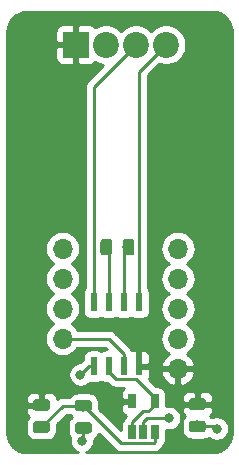
<source format=gtl>
G04 #@! TF.GenerationSoftware,KiCad,Pcbnew,(5.1.0)-1*
G04 #@! TF.CreationDate,2019-04-03T23:02:26-04:00*
G04 #@! TF.ProjectId,loadcell_daughter,6c6f6164-6365-46c6-9c5f-646175676874,rev?*
G04 #@! TF.SameCoordinates,Original*
G04 #@! TF.FileFunction,Copper,L1,Top*
G04 #@! TF.FilePolarity,Positive*
%FSLAX46Y46*%
G04 Gerber Fmt 4.6, Leading zero omitted, Abs format (unit mm)*
G04 Created by KiCad (PCBNEW (5.1.0)-1) date 2019-04-03 23:02:26*
%MOMM*%
%LPD*%
G04 APERTURE LIST*
%ADD10R,0.600000X1.550000*%
%ADD11C,0.100000*%
%ADD12C,0.975000*%
%ADD13O,1.700000X1.700000*%
%ADD14R,2.200000X2.200000*%
%ADD15C,2.200000*%
%ADD16R,0.650000X1.220000*%
%ADD17C,0.800000*%
%ADD18C,0.250000*%
%ADD19C,0.254000*%
G04 APERTURE END LIST*
D10*
X159385000Y-101887000D03*
X158115000Y-101887000D03*
X156845000Y-101887000D03*
X155575000Y-101887000D03*
X155575000Y-96487000D03*
X156845000Y-96487000D03*
X158115000Y-96487000D03*
X159385000Y-96487000D03*
D11*
G36*
X164818142Y-106496174D02*
G01*
X164841803Y-106499684D01*
X164865007Y-106505496D01*
X164887529Y-106513554D01*
X164909153Y-106523782D01*
X164929670Y-106536079D01*
X164948883Y-106550329D01*
X164966607Y-106566393D01*
X164982671Y-106584117D01*
X164996921Y-106603330D01*
X165009218Y-106623847D01*
X165019446Y-106645471D01*
X165027504Y-106667993D01*
X165033316Y-106691197D01*
X165036826Y-106714858D01*
X165038000Y-106738750D01*
X165038000Y-107226250D01*
X165036826Y-107250142D01*
X165033316Y-107273803D01*
X165027504Y-107297007D01*
X165019446Y-107319529D01*
X165009218Y-107341153D01*
X164996921Y-107361670D01*
X164982671Y-107380883D01*
X164966607Y-107398607D01*
X164948883Y-107414671D01*
X164929670Y-107428921D01*
X164909153Y-107441218D01*
X164887529Y-107451446D01*
X164865007Y-107459504D01*
X164841803Y-107465316D01*
X164818142Y-107468826D01*
X164794250Y-107470000D01*
X163881750Y-107470000D01*
X163857858Y-107468826D01*
X163834197Y-107465316D01*
X163810993Y-107459504D01*
X163788471Y-107451446D01*
X163766847Y-107441218D01*
X163746330Y-107428921D01*
X163727117Y-107414671D01*
X163709393Y-107398607D01*
X163693329Y-107380883D01*
X163679079Y-107361670D01*
X163666782Y-107341153D01*
X163656554Y-107319529D01*
X163648496Y-107297007D01*
X163642684Y-107273803D01*
X163639174Y-107250142D01*
X163638000Y-107226250D01*
X163638000Y-106738750D01*
X163639174Y-106714858D01*
X163642684Y-106691197D01*
X163648496Y-106667993D01*
X163656554Y-106645471D01*
X163666782Y-106623847D01*
X163679079Y-106603330D01*
X163693329Y-106584117D01*
X163709393Y-106566393D01*
X163727117Y-106550329D01*
X163746330Y-106536079D01*
X163766847Y-106523782D01*
X163788471Y-106513554D01*
X163810993Y-106505496D01*
X163834197Y-106499684D01*
X163857858Y-106496174D01*
X163881750Y-106495000D01*
X164794250Y-106495000D01*
X164818142Y-106496174D01*
X164818142Y-106496174D01*
G37*
D12*
X164338000Y-106982500D03*
D11*
G36*
X164818142Y-104621174D02*
G01*
X164841803Y-104624684D01*
X164865007Y-104630496D01*
X164887529Y-104638554D01*
X164909153Y-104648782D01*
X164929670Y-104661079D01*
X164948883Y-104675329D01*
X164966607Y-104691393D01*
X164982671Y-104709117D01*
X164996921Y-104728330D01*
X165009218Y-104748847D01*
X165019446Y-104770471D01*
X165027504Y-104792993D01*
X165033316Y-104816197D01*
X165036826Y-104839858D01*
X165038000Y-104863750D01*
X165038000Y-105351250D01*
X165036826Y-105375142D01*
X165033316Y-105398803D01*
X165027504Y-105422007D01*
X165019446Y-105444529D01*
X165009218Y-105466153D01*
X164996921Y-105486670D01*
X164982671Y-105505883D01*
X164966607Y-105523607D01*
X164948883Y-105539671D01*
X164929670Y-105553921D01*
X164909153Y-105566218D01*
X164887529Y-105576446D01*
X164865007Y-105584504D01*
X164841803Y-105590316D01*
X164818142Y-105593826D01*
X164794250Y-105595000D01*
X163881750Y-105595000D01*
X163857858Y-105593826D01*
X163834197Y-105590316D01*
X163810993Y-105584504D01*
X163788471Y-105576446D01*
X163766847Y-105566218D01*
X163746330Y-105553921D01*
X163727117Y-105539671D01*
X163709393Y-105523607D01*
X163693329Y-105505883D01*
X163679079Y-105486670D01*
X163666782Y-105466153D01*
X163656554Y-105444529D01*
X163648496Y-105422007D01*
X163642684Y-105398803D01*
X163639174Y-105375142D01*
X163638000Y-105351250D01*
X163638000Y-104863750D01*
X163639174Y-104839858D01*
X163642684Y-104816197D01*
X163648496Y-104792993D01*
X163656554Y-104770471D01*
X163666782Y-104748847D01*
X163679079Y-104728330D01*
X163693329Y-104709117D01*
X163709393Y-104691393D01*
X163727117Y-104675329D01*
X163746330Y-104661079D01*
X163766847Y-104648782D01*
X163788471Y-104638554D01*
X163810993Y-104630496D01*
X163834197Y-104624684D01*
X163857858Y-104621174D01*
X163881750Y-104620000D01*
X164794250Y-104620000D01*
X164818142Y-104621174D01*
X164818142Y-104621174D01*
G37*
D12*
X164338000Y-105107500D03*
D13*
X162687000Y-102108000D03*
X152927000Y-99568000D03*
X162687000Y-99568000D03*
X152927000Y-97028000D03*
X162687000Y-97028000D03*
X152927000Y-94488000D03*
X162687000Y-94488000D03*
X152927000Y-91948000D03*
X162687000Y-91948000D03*
D14*
X154051000Y-74676000D03*
D15*
X156591000Y-74676000D03*
X159131000Y-74676000D03*
X161671000Y-74676000D03*
D11*
G36*
X151610142Y-104699674D02*
G01*
X151633803Y-104703184D01*
X151657007Y-104708996D01*
X151679529Y-104717054D01*
X151701153Y-104727282D01*
X151721670Y-104739579D01*
X151740883Y-104753829D01*
X151758607Y-104769893D01*
X151774671Y-104787617D01*
X151788921Y-104806830D01*
X151801218Y-104827347D01*
X151811446Y-104848971D01*
X151819504Y-104871493D01*
X151825316Y-104894697D01*
X151828826Y-104918358D01*
X151830000Y-104942250D01*
X151830000Y-105429750D01*
X151828826Y-105453642D01*
X151825316Y-105477303D01*
X151819504Y-105500507D01*
X151811446Y-105523029D01*
X151801218Y-105544653D01*
X151788921Y-105565170D01*
X151774671Y-105584383D01*
X151758607Y-105602107D01*
X151740883Y-105618171D01*
X151721670Y-105632421D01*
X151701153Y-105644718D01*
X151679529Y-105654946D01*
X151657007Y-105663004D01*
X151633803Y-105668816D01*
X151610142Y-105672326D01*
X151586250Y-105673500D01*
X150673750Y-105673500D01*
X150649858Y-105672326D01*
X150626197Y-105668816D01*
X150602993Y-105663004D01*
X150580471Y-105654946D01*
X150558847Y-105644718D01*
X150538330Y-105632421D01*
X150519117Y-105618171D01*
X150501393Y-105602107D01*
X150485329Y-105584383D01*
X150471079Y-105565170D01*
X150458782Y-105544653D01*
X150448554Y-105523029D01*
X150440496Y-105500507D01*
X150434684Y-105477303D01*
X150431174Y-105453642D01*
X150430000Y-105429750D01*
X150430000Y-104942250D01*
X150431174Y-104918358D01*
X150434684Y-104894697D01*
X150440496Y-104871493D01*
X150448554Y-104848971D01*
X150458782Y-104827347D01*
X150471079Y-104806830D01*
X150485329Y-104787617D01*
X150501393Y-104769893D01*
X150519117Y-104753829D01*
X150538330Y-104739579D01*
X150558847Y-104727282D01*
X150580471Y-104717054D01*
X150602993Y-104708996D01*
X150626197Y-104703184D01*
X150649858Y-104699674D01*
X150673750Y-104698500D01*
X151586250Y-104698500D01*
X151610142Y-104699674D01*
X151610142Y-104699674D01*
G37*
D12*
X151130000Y-105186000D03*
D11*
G36*
X151610142Y-106574674D02*
G01*
X151633803Y-106578184D01*
X151657007Y-106583996D01*
X151679529Y-106592054D01*
X151701153Y-106602282D01*
X151721670Y-106614579D01*
X151740883Y-106628829D01*
X151758607Y-106644893D01*
X151774671Y-106662617D01*
X151788921Y-106681830D01*
X151801218Y-106702347D01*
X151811446Y-106723971D01*
X151819504Y-106746493D01*
X151825316Y-106769697D01*
X151828826Y-106793358D01*
X151830000Y-106817250D01*
X151830000Y-107304750D01*
X151828826Y-107328642D01*
X151825316Y-107352303D01*
X151819504Y-107375507D01*
X151811446Y-107398029D01*
X151801218Y-107419653D01*
X151788921Y-107440170D01*
X151774671Y-107459383D01*
X151758607Y-107477107D01*
X151740883Y-107493171D01*
X151721670Y-107507421D01*
X151701153Y-107519718D01*
X151679529Y-107529946D01*
X151657007Y-107538004D01*
X151633803Y-107543816D01*
X151610142Y-107547326D01*
X151586250Y-107548500D01*
X150673750Y-107548500D01*
X150649858Y-107547326D01*
X150626197Y-107543816D01*
X150602993Y-107538004D01*
X150580471Y-107529946D01*
X150558847Y-107519718D01*
X150538330Y-107507421D01*
X150519117Y-107493171D01*
X150501393Y-107477107D01*
X150485329Y-107459383D01*
X150471079Y-107440170D01*
X150458782Y-107419653D01*
X150448554Y-107398029D01*
X150440496Y-107375507D01*
X150434684Y-107352303D01*
X150431174Y-107328642D01*
X150430000Y-107304750D01*
X150430000Y-106817250D01*
X150431174Y-106793358D01*
X150434684Y-106769697D01*
X150440496Y-106746493D01*
X150448554Y-106723971D01*
X150458782Y-106702347D01*
X150471079Y-106681830D01*
X150485329Y-106662617D01*
X150501393Y-106644893D01*
X150519117Y-106628829D01*
X150538330Y-106614579D01*
X150558847Y-106602282D01*
X150580471Y-106592054D01*
X150602993Y-106583996D01*
X150626197Y-106578184D01*
X150649858Y-106574674D01*
X150673750Y-106573500D01*
X151586250Y-106573500D01*
X151610142Y-106574674D01*
X151610142Y-106574674D01*
G37*
D12*
X151130000Y-107061000D03*
D11*
G36*
X155166142Y-106623174D02*
G01*
X155189803Y-106626684D01*
X155213007Y-106632496D01*
X155235529Y-106640554D01*
X155257153Y-106650782D01*
X155277670Y-106663079D01*
X155296883Y-106677329D01*
X155314607Y-106693393D01*
X155330671Y-106711117D01*
X155344921Y-106730330D01*
X155357218Y-106750847D01*
X155367446Y-106772471D01*
X155375504Y-106794993D01*
X155381316Y-106818197D01*
X155384826Y-106841858D01*
X155386000Y-106865750D01*
X155386000Y-107353250D01*
X155384826Y-107377142D01*
X155381316Y-107400803D01*
X155375504Y-107424007D01*
X155367446Y-107446529D01*
X155357218Y-107468153D01*
X155344921Y-107488670D01*
X155330671Y-107507883D01*
X155314607Y-107525607D01*
X155296883Y-107541671D01*
X155277670Y-107555921D01*
X155257153Y-107568218D01*
X155235529Y-107578446D01*
X155213007Y-107586504D01*
X155189803Y-107592316D01*
X155166142Y-107595826D01*
X155142250Y-107597000D01*
X154229750Y-107597000D01*
X154205858Y-107595826D01*
X154182197Y-107592316D01*
X154158993Y-107586504D01*
X154136471Y-107578446D01*
X154114847Y-107568218D01*
X154094330Y-107555921D01*
X154075117Y-107541671D01*
X154057393Y-107525607D01*
X154041329Y-107507883D01*
X154027079Y-107488670D01*
X154014782Y-107468153D01*
X154004554Y-107446529D01*
X153996496Y-107424007D01*
X153990684Y-107400803D01*
X153987174Y-107377142D01*
X153986000Y-107353250D01*
X153986000Y-106865750D01*
X153987174Y-106841858D01*
X153990684Y-106818197D01*
X153996496Y-106794993D01*
X154004554Y-106772471D01*
X154014782Y-106750847D01*
X154027079Y-106730330D01*
X154041329Y-106711117D01*
X154057393Y-106693393D01*
X154075117Y-106677329D01*
X154094330Y-106663079D01*
X154114847Y-106650782D01*
X154136471Y-106640554D01*
X154158993Y-106632496D01*
X154182197Y-106626684D01*
X154205858Y-106623174D01*
X154229750Y-106622000D01*
X155142250Y-106622000D01*
X155166142Y-106623174D01*
X155166142Y-106623174D01*
G37*
D12*
X154686000Y-107109500D03*
D11*
G36*
X155166142Y-104748174D02*
G01*
X155189803Y-104751684D01*
X155213007Y-104757496D01*
X155235529Y-104765554D01*
X155257153Y-104775782D01*
X155277670Y-104788079D01*
X155296883Y-104802329D01*
X155314607Y-104818393D01*
X155330671Y-104836117D01*
X155344921Y-104855330D01*
X155357218Y-104875847D01*
X155367446Y-104897471D01*
X155375504Y-104919993D01*
X155381316Y-104943197D01*
X155384826Y-104966858D01*
X155386000Y-104990750D01*
X155386000Y-105478250D01*
X155384826Y-105502142D01*
X155381316Y-105525803D01*
X155375504Y-105549007D01*
X155367446Y-105571529D01*
X155357218Y-105593153D01*
X155344921Y-105613670D01*
X155330671Y-105632883D01*
X155314607Y-105650607D01*
X155296883Y-105666671D01*
X155277670Y-105680921D01*
X155257153Y-105693218D01*
X155235529Y-105703446D01*
X155213007Y-105711504D01*
X155189803Y-105717316D01*
X155166142Y-105720826D01*
X155142250Y-105722000D01*
X154229750Y-105722000D01*
X154205858Y-105720826D01*
X154182197Y-105717316D01*
X154158993Y-105711504D01*
X154136471Y-105703446D01*
X154114847Y-105693218D01*
X154094330Y-105680921D01*
X154075117Y-105666671D01*
X154057393Y-105650607D01*
X154041329Y-105632883D01*
X154027079Y-105613670D01*
X154014782Y-105593153D01*
X154004554Y-105571529D01*
X153996496Y-105549007D01*
X153990684Y-105525803D01*
X153987174Y-105502142D01*
X153986000Y-105478250D01*
X153986000Y-104990750D01*
X153987174Y-104966858D01*
X153990684Y-104943197D01*
X153996496Y-104919993D01*
X154004554Y-104897471D01*
X154014782Y-104875847D01*
X154027079Y-104855330D01*
X154041329Y-104836117D01*
X154057393Y-104818393D01*
X154075117Y-104802329D01*
X154094330Y-104788079D01*
X154114847Y-104775782D01*
X154136471Y-104765554D01*
X154158993Y-104757496D01*
X154182197Y-104751684D01*
X154205858Y-104748174D01*
X154229750Y-104747000D01*
X155142250Y-104747000D01*
X155166142Y-104748174D01*
X155166142Y-104748174D01*
G37*
D12*
X154686000Y-105234500D03*
D11*
G36*
X156888642Y-91122174D02*
G01*
X156912303Y-91125684D01*
X156935507Y-91131496D01*
X156958029Y-91139554D01*
X156979653Y-91149782D01*
X157000170Y-91162079D01*
X157019383Y-91176329D01*
X157037107Y-91192393D01*
X157053171Y-91210117D01*
X157067421Y-91229330D01*
X157079718Y-91249847D01*
X157089946Y-91271471D01*
X157098004Y-91293993D01*
X157103816Y-91317197D01*
X157107326Y-91340858D01*
X157108500Y-91364750D01*
X157108500Y-92277250D01*
X157107326Y-92301142D01*
X157103816Y-92324803D01*
X157098004Y-92348007D01*
X157089946Y-92370529D01*
X157079718Y-92392153D01*
X157067421Y-92412670D01*
X157053171Y-92431883D01*
X157037107Y-92449607D01*
X157019383Y-92465671D01*
X157000170Y-92479921D01*
X156979653Y-92492218D01*
X156958029Y-92502446D01*
X156935507Y-92510504D01*
X156912303Y-92516316D01*
X156888642Y-92519826D01*
X156864750Y-92521000D01*
X156377250Y-92521000D01*
X156353358Y-92519826D01*
X156329697Y-92516316D01*
X156306493Y-92510504D01*
X156283971Y-92502446D01*
X156262347Y-92492218D01*
X156241830Y-92479921D01*
X156222617Y-92465671D01*
X156204893Y-92449607D01*
X156188829Y-92431883D01*
X156174579Y-92412670D01*
X156162282Y-92392153D01*
X156152054Y-92370529D01*
X156143996Y-92348007D01*
X156138184Y-92324803D01*
X156134674Y-92301142D01*
X156133500Y-92277250D01*
X156133500Y-91364750D01*
X156134674Y-91340858D01*
X156138184Y-91317197D01*
X156143996Y-91293993D01*
X156152054Y-91271471D01*
X156162282Y-91249847D01*
X156174579Y-91229330D01*
X156188829Y-91210117D01*
X156204893Y-91192393D01*
X156222617Y-91176329D01*
X156241830Y-91162079D01*
X156262347Y-91149782D01*
X156283971Y-91139554D01*
X156306493Y-91131496D01*
X156329697Y-91125684D01*
X156353358Y-91122174D01*
X156377250Y-91121000D01*
X156864750Y-91121000D01*
X156888642Y-91122174D01*
X156888642Y-91122174D01*
G37*
D12*
X156621000Y-91821000D03*
D11*
G36*
X158763642Y-91122174D02*
G01*
X158787303Y-91125684D01*
X158810507Y-91131496D01*
X158833029Y-91139554D01*
X158854653Y-91149782D01*
X158875170Y-91162079D01*
X158894383Y-91176329D01*
X158912107Y-91192393D01*
X158928171Y-91210117D01*
X158942421Y-91229330D01*
X158954718Y-91249847D01*
X158964946Y-91271471D01*
X158973004Y-91293993D01*
X158978816Y-91317197D01*
X158982326Y-91340858D01*
X158983500Y-91364750D01*
X158983500Y-92277250D01*
X158982326Y-92301142D01*
X158978816Y-92324803D01*
X158973004Y-92348007D01*
X158964946Y-92370529D01*
X158954718Y-92392153D01*
X158942421Y-92412670D01*
X158928171Y-92431883D01*
X158912107Y-92449607D01*
X158894383Y-92465671D01*
X158875170Y-92479921D01*
X158854653Y-92492218D01*
X158833029Y-92502446D01*
X158810507Y-92510504D01*
X158787303Y-92516316D01*
X158763642Y-92519826D01*
X158739750Y-92521000D01*
X158252250Y-92521000D01*
X158228358Y-92519826D01*
X158204697Y-92516316D01*
X158181493Y-92510504D01*
X158158971Y-92502446D01*
X158137347Y-92492218D01*
X158116830Y-92479921D01*
X158097617Y-92465671D01*
X158079893Y-92449607D01*
X158063829Y-92431883D01*
X158049579Y-92412670D01*
X158037282Y-92392153D01*
X158027054Y-92370529D01*
X158018996Y-92348007D01*
X158013184Y-92324803D01*
X158009674Y-92301142D01*
X158008500Y-92277250D01*
X158008500Y-91364750D01*
X158009674Y-91340858D01*
X158013184Y-91317197D01*
X158018996Y-91293993D01*
X158027054Y-91271471D01*
X158037282Y-91249847D01*
X158049579Y-91229330D01*
X158063829Y-91210117D01*
X158079893Y-91192393D01*
X158097617Y-91176329D01*
X158116830Y-91162079D01*
X158137347Y-91149782D01*
X158158971Y-91139554D01*
X158181493Y-91131496D01*
X158204697Y-91125684D01*
X158228358Y-91122174D01*
X158252250Y-91121000D01*
X158739750Y-91121000D01*
X158763642Y-91122174D01*
X158763642Y-91122174D01*
G37*
D12*
X158496000Y-91821000D03*
D16*
X158816000Y-107482000D03*
X159766000Y-107482000D03*
X160716000Y-107482000D03*
X160716000Y-104862000D03*
X158816000Y-104862000D03*
D17*
X154559000Y-108204000D03*
X165989000Y-107188000D03*
X154432000Y-102616000D03*
X161925000Y-106299000D03*
D18*
X154686000Y-107109500D02*
X154686000Y-108077000D01*
X154686000Y-108077000D02*
X154559000Y-108204000D01*
X164338000Y-106982500D02*
X165783500Y-106982500D01*
X165783500Y-106982500D02*
X165989000Y-107188000D01*
X155575000Y-101887000D02*
X155161000Y-101887000D01*
X155161000Y-101887000D02*
X154432000Y-102616000D01*
X160089000Y-106299000D02*
X161925000Y-106299000D01*
X159766000Y-107482000D02*
X159766000Y-106622000D01*
X159766000Y-106622000D02*
X160089000Y-106299000D01*
X154129081Y-99568000D02*
X152927000Y-99568000D01*
X156821000Y-99568000D02*
X154129081Y-99568000D01*
X158115000Y-100862000D02*
X156821000Y-99568000D01*
X158115000Y-101887000D02*
X158115000Y-100862000D01*
X155575000Y-78232000D02*
X155575000Y-96487000D01*
X159131000Y-74676000D02*
X155575000Y-78232000D01*
X159385000Y-76962000D02*
X161671000Y-74676000D01*
X159385000Y-96487000D02*
X159385000Y-76962000D01*
X152956500Y-105234500D02*
X151130000Y-107061000D01*
X154686000Y-105234500D02*
X152956500Y-105234500D01*
X155242237Y-105790737D02*
X154686000Y-105234500D01*
X157868501Y-108417001D02*
X155242237Y-105790737D01*
X160640999Y-108417001D02*
X157868501Y-108417001D01*
X160716000Y-108342000D02*
X160640999Y-108417001D01*
X160716000Y-107482000D02*
X160716000Y-108342000D01*
X156845000Y-92045000D02*
X156621000Y-91821000D01*
X156845000Y-96487000D02*
X156845000Y-92045000D01*
X158115000Y-92202000D02*
X158496000Y-91821000D01*
X158115000Y-96487000D02*
X158115000Y-92202000D01*
X160716000Y-105147000D02*
X160716000Y-104862000D01*
X160141000Y-105722000D02*
X160716000Y-105147000D01*
X159716000Y-105722000D02*
X160141000Y-105722000D01*
X158816000Y-106622000D02*
X159716000Y-105722000D01*
X158816000Y-107482000D02*
X158816000Y-106622000D01*
X156845000Y-102362000D02*
X156845000Y-101887000D01*
X157470001Y-102987001D02*
X156845000Y-102362000D01*
X159126001Y-102987001D02*
X157470001Y-102987001D01*
X160716000Y-104577000D02*
X159126001Y-102987001D01*
X160716000Y-104862000D02*
X160716000Y-104577000D01*
D19*
G36*
X165923210Y-71941072D02*
G01*
X166226413Y-72032614D01*
X166506064Y-72181307D01*
X166751505Y-72381484D01*
X166953391Y-72625521D01*
X167104031Y-72904125D01*
X167197690Y-73206688D01*
X167234000Y-73552158D01*
X167234001Y-107536711D01*
X167199928Y-107884209D01*
X167108384Y-108187417D01*
X166959693Y-108467063D01*
X166759516Y-108712505D01*
X166515476Y-108914392D01*
X166236875Y-109065031D01*
X165934313Y-109158690D01*
X165588842Y-109195000D01*
X154871100Y-109195000D01*
X155049256Y-109121205D01*
X155218774Y-109007937D01*
X155362937Y-108863774D01*
X155476205Y-108694256D01*
X155554226Y-108505898D01*
X155594000Y-108305939D01*
X155594000Y-108106857D01*
X155632164Y-108086458D01*
X155765792Y-107976792D01*
X155875458Y-107843164D01*
X155956947Y-107690709D01*
X155982656Y-107605958D01*
X157304702Y-108928004D01*
X157328500Y-108957002D01*
X157444225Y-109051975D01*
X157576254Y-109122547D01*
X157719515Y-109166004D01*
X157831168Y-109177001D01*
X157831177Y-109177001D01*
X157868500Y-109180677D01*
X157905823Y-109177001D01*
X160603677Y-109177001D01*
X160640999Y-109180677D01*
X160678321Y-109177001D01*
X160678332Y-109177001D01*
X160789985Y-109166004D01*
X160933246Y-109122547D01*
X161065275Y-109051975D01*
X161181000Y-108957002D01*
X161204801Y-108928001D01*
X161227001Y-108905801D01*
X161256001Y-108882001D01*
X161350974Y-108766276D01*
X161421546Y-108634247D01*
X161434911Y-108590189D01*
X161492185Y-108543185D01*
X161571537Y-108446494D01*
X161630502Y-108336180D01*
X161666812Y-108216482D01*
X161679072Y-108092000D01*
X161679072Y-107305359D01*
X161823061Y-107334000D01*
X162026939Y-107334000D01*
X162226898Y-107294226D01*
X162415256Y-107216205D01*
X162584774Y-107102937D01*
X162728937Y-106958774D01*
X162842205Y-106789256D01*
X162920226Y-106600898D01*
X162960000Y-106400939D01*
X162960000Y-106197061D01*
X162920226Y-105997102D01*
X162842205Y-105808744D01*
X162728937Y-105639226D01*
X162684711Y-105595000D01*
X162999928Y-105595000D01*
X163012188Y-105719482D01*
X163048498Y-105839180D01*
X163107463Y-105949494D01*
X163186815Y-106046185D01*
X163264564Y-106109992D01*
X163258208Y-106115208D01*
X163148542Y-106248836D01*
X163067053Y-106401291D01*
X163016872Y-106566715D01*
X162999928Y-106738750D01*
X162999928Y-107226250D01*
X163016872Y-107398285D01*
X163067053Y-107563709D01*
X163148542Y-107716164D01*
X163258208Y-107849792D01*
X163391836Y-107959458D01*
X163544291Y-108040947D01*
X163709715Y-108091128D01*
X163881750Y-108108072D01*
X164794250Y-108108072D01*
X164966285Y-108091128D01*
X165131709Y-108040947D01*
X165284164Y-107959458D01*
X165291075Y-107953786D01*
X165329226Y-107991937D01*
X165498744Y-108105205D01*
X165687102Y-108183226D01*
X165887061Y-108223000D01*
X166090939Y-108223000D01*
X166290898Y-108183226D01*
X166479256Y-108105205D01*
X166648774Y-107991937D01*
X166792937Y-107847774D01*
X166906205Y-107678256D01*
X166984226Y-107489898D01*
X167024000Y-107289939D01*
X167024000Y-107086061D01*
X166984226Y-106886102D01*
X166906205Y-106697744D01*
X166792937Y-106528226D01*
X166648774Y-106384063D01*
X166479256Y-106270795D01*
X166290898Y-106192774D01*
X166090939Y-106153000D01*
X165887061Y-106153000D01*
X165687102Y-106192774D01*
X165615338Y-106222500D01*
X165505845Y-106222500D01*
X165417792Y-106115208D01*
X165411436Y-106109992D01*
X165489185Y-106046185D01*
X165568537Y-105949494D01*
X165627502Y-105839180D01*
X165663812Y-105719482D01*
X165676072Y-105595000D01*
X165673000Y-105393250D01*
X165514250Y-105234500D01*
X164465000Y-105234500D01*
X164465000Y-105254500D01*
X164211000Y-105254500D01*
X164211000Y-105234500D01*
X163161750Y-105234500D01*
X163003000Y-105393250D01*
X162999928Y-105595000D01*
X162684711Y-105595000D01*
X162584774Y-105495063D01*
X162415256Y-105381795D01*
X162226898Y-105303774D01*
X162026939Y-105264000D01*
X161823061Y-105264000D01*
X161679072Y-105292641D01*
X161679072Y-104620000D01*
X162999928Y-104620000D01*
X163003000Y-104821750D01*
X163161750Y-104980500D01*
X164211000Y-104980500D01*
X164211000Y-104143750D01*
X164465000Y-104143750D01*
X164465000Y-104980500D01*
X165514250Y-104980500D01*
X165673000Y-104821750D01*
X165676072Y-104620000D01*
X165663812Y-104495518D01*
X165627502Y-104375820D01*
X165568537Y-104265506D01*
X165489185Y-104168815D01*
X165392494Y-104089463D01*
X165282180Y-104030498D01*
X165162482Y-103994188D01*
X165038000Y-103981928D01*
X164623750Y-103985000D01*
X164465000Y-104143750D01*
X164211000Y-104143750D01*
X164052250Y-103985000D01*
X163638000Y-103981928D01*
X163513518Y-103994188D01*
X163393820Y-104030498D01*
X163283506Y-104089463D01*
X163186815Y-104168815D01*
X163107463Y-104265506D01*
X163048498Y-104375820D01*
X163012188Y-104495518D01*
X162999928Y-104620000D01*
X161679072Y-104620000D01*
X161679072Y-104252000D01*
X161666812Y-104127518D01*
X161630502Y-104007820D01*
X161571537Y-103897506D01*
X161492185Y-103800815D01*
X161395494Y-103721463D01*
X161285180Y-103662498D01*
X161165482Y-103626188D01*
X161041000Y-103613928D01*
X160827730Y-103613928D01*
X160220678Y-103006876D01*
X160274502Y-102906180D01*
X160310812Y-102786482D01*
X160323072Y-102662000D01*
X160321835Y-102464890D01*
X161245524Y-102464890D01*
X161290175Y-102612099D01*
X161415359Y-102874920D01*
X161589412Y-103108269D01*
X161805645Y-103303178D01*
X162055748Y-103452157D01*
X162330109Y-103549481D01*
X162560000Y-103428814D01*
X162560000Y-102235000D01*
X162814000Y-102235000D01*
X162814000Y-103428814D01*
X163043891Y-103549481D01*
X163318252Y-103452157D01*
X163568355Y-103303178D01*
X163784588Y-103108269D01*
X163958641Y-102874920D01*
X164083825Y-102612099D01*
X164128476Y-102464890D01*
X164007155Y-102235000D01*
X162814000Y-102235000D01*
X162560000Y-102235000D01*
X161366845Y-102235000D01*
X161245524Y-102464890D01*
X160321835Y-102464890D01*
X160320000Y-102172750D01*
X160161250Y-102014000D01*
X159512000Y-102014000D01*
X159512000Y-102034000D01*
X159258000Y-102034000D01*
X159258000Y-102014000D01*
X159238000Y-102014000D01*
X159238000Y-101760000D01*
X159258000Y-101760000D01*
X159258000Y-100635750D01*
X159512000Y-100635750D01*
X159512000Y-101760000D01*
X160161250Y-101760000D01*
X160320000Y-101601250D01*
X160323072Y-101112000D01*
X160310812Y-100987518D01*
X160274502Y-100867820D01*
X160215537Y-100757506D01*
X160136185Y-100660815D01*
X160039494Y-100581463D01*
X159929180Y-100522498D01*
X159809482Y-100486188D01*
X159685000Y-100473928D01*
X159670750Y-100477000D01*
X159512000Y-100635750D01*
X159258000Y-100635750D01*
X159099250Y-100477000D01*
X159085000Y-100473928D01*
X158960518Y-100486188D01*
X158840820Y-100522498D01*
X158805406Y-100541428D01*
X158749974Y-100437724D01*
X158655001Y-100321999D01*
X158626003Y-100298201D01*
X157384804Y-99057003D01*
X157361001Y-99027999D01*
X157245276Y-98933026D01*
X157113247Y-98862454D01*
X156969986Y-98818997D01*
X156858333Y-98808000D01*
X156858322Y-98808000D01*
X156821000Y-98804324D01*
X156783678Y-98808000D01*
X154204595Y-98808000D01*
X154167706Y-98738986D01*
X153982134Y-98512866D01*
X153756014Y-98327294D01*
X153701209Y-98298000D01*
X153756014Y-98268706D01*
X153982134Y-98083134D01*
X154167706Y-97857014D01*
X154305599Y-97599034D01*
X154390513Y-97319111D01*
X154419185Y-97028000D01*
X154390513Y-96736889D01*
X154305599Y-96456966D01*
X154167706Y-96198986D01*
X153982134Y-95972866D01*
X153756014Y-95787294D01*
X153701209Y-95758000D01*
X153756014Y-95728706D01*
X153982134Y-95543134D01*
X154167706Y-95317014D01*
X154305599Y-95059034D01*
X154390513Y-94779111D01*
X154419185Y-94488000D01*
X154390513Y-94196889D01*
X154305599Y-93916966D01*
X154167706Y-93658986D01*
X153982134Y-93432866D01*
X153756014Y-93247294D01*
X153701209Y-93218000D01*
X153756014Y-93188706D01*
X153982134Y-93003134D01*
X154167706Y-92777014D01*
X154305599Y-92519034D01*
X154390513Y-92239111D01*
X154419185Y-91948000D01*
X154390513Y-91656889D01*
X154305599Y-91376966D01*
X154167706Y-91118986D01*
X153982134Y-90892866D01*
X153756014Y-90707294D01*
X153498034Y-90569401D01*
X153218111Y-90484487D01*
X152999950Y-90463000D01*
X152854050Y-90463000D01*
X152635889Y-90484487D01*
X152355966Y-90569401D01*
X152097986Y-90707294D01*
X151871866Y-90892866D01*
X151686294Y-91118986D01*
X151548401Y-91376966D01*
X151463487Y-91656889D01*
X151434815Y-91948000D01*
X151463487Y-92239111D01*
X151548401Y-92519034D01*
X151686294Y-92777014D01*
X151871866Y-93003134D01*
X152097986Y-93188706D01*
X152152791Y-93218000D01*
X152097986Y-93247294D01*
X151871866Y-93432866D01*
X151686294Y-93658986D01*
X151548401Y-93916966D01*
X151463487Y-94196889D01*
X151434815Y-94488000D01*
X151463487Y-94779111D01*
X151548401Y-95059034D01*
X151686294Y-95317014D01*
X151871866Y-95543134D01*
X152097986Y-95728706D01*
X152152791Y-95758000D01*
X152097986Y-95787294D01*
X151871866Y-95972866D01*
X151686294Y-96198986D01*
X151548401Y-96456966D01*
X151463487Y-96736889D01*
X151434815Y-97028000D01*
X151463487Y-97319111D01*
X151548401Y-97599034D01*
X151686294Y-97857014D01*
X151871866Y-98083134D01*
X152097986Y-98268706D01*
X152152791Y-98298000D01*
X152097986Y-98327294D01*
X151871866Y-98512866D01*
X151686294Y-98738986D01*
X151548401Y-98996966D01*
X151463487Y-99276889D01*
X151434815Y-99568000D01*
X151463487Y-99859111D01*
X151548401Y-100139034D01*
X151686294Y-100397014D01*
X151871866Y-100623134D01*
X152097986Y-100808706D01*
X152355966Y-100946599D01*
X152635889Y-101031513D01*
X152854050Y-101053000D01*
X152999950Y-101053000D01*
X153218111Y-101031513D01*
X153498034Y-100946599D01*
X153756014Y-100808706D01*
X153982134Y-100623134D01*
X154167706Y-100397014D01*
X154204595Y-100328000D01*
X156506199Y-100328000D01*
X156652127Y-100473928D01*
X156545000Y-100473928D01*
X156420518Y-100486188D01*
X156300820Y-100522498D01*
X156210000Y-100571043D01*
X156119180Y-100522498D01*
X155999482Y-100486188D01*
X155875000Y-100473928D01*
X155275000Y-100473928D01*
X155150518Y-100486188D01*
X155030820Y-100522498D01*
X154920506Y-100581463D01*
X154823815Y-100660815D01*
X154744463Y-100757506D01*
X154685498Y-100867820D01*
X154649188Y-100987518D01*
X154636928Y-101112000D01*
X154636928Y-101333926D01*
X154620999Y-101346999D01*
X154597201Y-101375998D01*
X154392198Y-101581000D01*
X154330061Y-101581000D01*
X154130102Y-101620774D01*
X153941744Y-101698795D01*
X153772226Y-101812063D01*
X153628063Y-101956226D01*
X153514795Y-102125744D01*
X153436774Y-102314102D01*
X153397000Y-102514061D01*
X153397000Y-102717939D01*
X153436774Y-102917898D01*
X153514795Y-103106256D01*
X153628063Y-103275774D01*
X153772226Y-103419937D01*
X153941744Y-103533205D01*
X154130102Y-103611226D01*
X154330061Y-103651000D01*
X154533939Y-103651000D01*
X154733898Y-103611226D01*
X154922256Y-103533205D01*
X155091774Y-103419937D01*
X155217320Y-103294391D01*
X155275000Y-103300072D01*
X155875000Y-103300072D01*
X155999482Y-103287812D01*
X156119180Y-103251502D01*
X156210000Y-103202957D01*
X156300820Y-103251502D01*
X156420518Y-103287812D01*
X156545000Y-103300072D01*
X156708270Y-103300072D01*
X156906201Y-103498003D01*
X156930000Y-103527002D01*
X156958998Y-103550800D01*
X157045724Y-103621975D01*
X157100026Y-103651000D01*
X157177754Y-103692547D01*
X157321015Y-103736004D01*
X157432668Y-103747001D01*
X157432678Y-103747001D01*
X157470001Y-103750677D01*
X157507324Y-103747001D01*
X158105388Y-103747001D01*
X158039815Y-103800815D01*
X157960463Y-103897506D01*
X157901498Y-104007820D01*
X157865188Y-104127518D01*
X157852928Y-104252000D01*
X157856000Y-104576250D01*
X158014750Y-104735000D01*
X158689000Y-104735000D01*
X158689000Y-104715000D01*
X158943000Y-104715000D01*
X158943000Y-104735000D01*
X158963000Y-104735000D01*
X158963000Y-104989000D01*
X158943000Y-104989000D01*
X158943000Y-105009000D01*
X158689000Y-105009000D01*
X158689000Y-104989000D01*
X158014750Y-104989000D01*
X157856000Y-105147750D01*
X157852928Y-105472000D01*
X157865188Y-105596482D01*
X157901498Y-105716180D01*
X157960463Y-105826494D01*
X158039815Y-105923185D01*
X158136506Y-106002537D01*
X158246820Y-106061502D01*
X158286360Y-106073496D01*
X158276000Y-106081999D01*
X158252202Y-106110997D01*
X158252201Y-106110998D01*
X158181026Y-106197724D01*
X158110454Y-106329754D01*
X158097090Y-106373811D01*
X158039815Y-106420815D01*
X157960463Y-106517506D01*
X157901498Y-106627820D01*
X157865188Y-106747518D01*
X157852928Y-106872000D01*
X157852928Y-107326626D01*
X156022322Y-105496021D01*
X156024072Y-105478250D01*
X156024072Y-104990750D01*
X156007128Y-104818715D01*
X155956947Y-104653291D01*
X155875458Y-104500836D01*
X155765792Y-104367208D01*
X155632164Y-104257542D01*
X155479709Y-104176053D01*
X155314285Y-104125872D01*
X155142250Y-104108928D01*
X154229750Y-104108928D01*
X154057715Y-104125872D01*
X153892291Y-104176053D01*
X153739836Y-104257542D01*
X153606208Y-104367208D01*
X153518155Y-104474500D01*
X152993822Y-104474500D01*
X152956499Y-104470824D01*
X152919176Y-104474500D01*
X152919167Y-104474500D01*
X152807514Y-104485497D01*
X152664253Y-104528954D01*
X152532223Y-104599526D01*
X152507276Y-104620000D01*
X152463851Y-104655639D01*
X152455812Y-104574018D01*
X152419502Y-104454320D01*
X152360537Y-104344006D01*
X152281185Y-104247315D01*
X152184494Y-104167963D01*
X152074180Y-104108998D01*
X151954482Y-104072688D01*
X151830000Y-104060428D01*
X151415750Y-104063500D01*
X151257000Y-104222250D01*
X151257000Y-105059000D01*
X151277000Y-105059000D01*
X151277000Y-105313000D01*
X151257000Y-105313000D01*
X151257000Y-105333000D01*
X151003000Y-105333000D01*
X151003000Y-105313000D01*
X149953750Y-105313000D01*
X149795000Y-105471750D01*
X149791928Y-105673500D01*
X149804188Y-105797982D01*
X149840498Y-105917680D01*
X149899463Y-106027994D01*
X149978815Y-106124685D01*
X150056564Y-106188492D01*
X150050208Y-106193708D01*
X149940542Y-106327336D01*
X149859053Y-106479791D01*
X149808872Y-106645215D01*
X149791928Y-106817250D01*
X149791928Y-107304750D01*
X149808872Y-107476785D01*
X149859053Y-107642209D01*
X149940542Y-107794664D01*
X150050208Y-107928292D01*
X150183836Y-108037958D01*
X150336291Y-108119447D01*
X150501715Y-108169628D01*
X150673750Y-108186572D01*
X151586250Y-108186572D01*
X151758285Y-108169628D01*
X151923709Y-108119447D01*
X152076164Y-108037958D01*
X152209792Y-107928292D01*
X152319458Y-107794664D01*
X152400947Y-107642209D01*
X152451128Y-107476785D01*
X152468072Y-107304750D01*
X152468072Y-106817250D01*
X152466322Y-106799480D01*
X153271302Y-105994500D01*
X153518155Y-105994500D01*
X153606208Y-106101792D01*
X153691756Y-106172000D01*
X153606208Y-106242208D01*
X153496542Y-106375836D01*
X153415053Y-106528291D01*
X153364872Y-106693715D01*
X153347928Y-106865750D01*
X153347928Y-107353250D01*
X153364872Y-107525285D01*
X153415053Y-107690709D01*
X153496542Y-107843164D01*
X153560094Y-107920602D01*
X153524000Y-108102061D01*
X153524000Y-108305939D01*
X153563774Y-108505898D01*
X153641795Y-108694256D01*
X153755063Y-108863774D01*
X153899226Y-109007937D01*
X154068744Y-109121205D01*
X154246900Y-109195000D01*
X149892279Y-109195000D01*
X149544791Y-109160928D01*
X149241583Y-109069384D01*
X148961937Y-108920693D01*
X148716495Y-108720516D01*
X148514608Y-108476476D01*
X148363969Y-108197875D01*
X148270310Y-107895313D01*
X148234000Y-107549842D01*
X148234000Y-104698500D01*
X149791928Y-104698500D01*
X149795000Y-104900250D01*
X149953750Y-105059000D01*
X151003000Y-105059000D01*
X151003000Y-104222250D01*
X150844250Y-104063500D01*
X150430000Y-104060428D01*
X150305518Y-104072688D01*
X150185820Y-104108998D01*
X150075506Y-104167963D01*
X149978815Y-104247315D01*
X149899463Y-104344006D01*
X149840498Y-104454320D01*
X149804188Y-104574018D01*
X149791928Y-104698500D01*
X148234000Y-104698500D01*
X148234000Y-75776000D01*
X152312928Y-75776000D01*
X152325188Y-75900482D01*
X152361498Y-76020180D01*
X152420463Y-76130494D01*
X152499815Y-76227185D01*
X152596506Y-76306537D01*
X152706820Y-76365502D01*
X152826518Y-76401812D01*
X152951000Y-76414072D01*
X153765250Y-76411000D01*
X153924000Y-76252250D01*
X153924000Y-74803000D01*
X152474750Y-74803000D01*
X152316000Y-74961750D01*
X152312928Y-75776000D01*
X148234000Y-75776000D01*
X148234000Y-73576000D01*
X152312928Y-73576000D01*
X152316000Y-74390250D01*
X152474750Y-74549000D01*
X153924000Y-74549000D01*
X153924000Y-73099750D01*
X154178000Y-73099750D01*
X154178000Y-74549000D01*
X154198000Y-74549000D01*
X154198000Y-74803000D01*
X154178000Y-74803000D01*
X154178000Y-76252250D01*
X154336750Y-76411000D01*
X155151000Y-76414072D01*
X155275482Y-76401812D01*
X155395180Y-76365502D01*
X155505494Y-76306537D01*
X155602185Y-76227185D01*
X155668557Y-76146310D01*
X155769169Y-76213537D01*
X156084919Y-76344325D01*
X156337610Y-76394588D01*
X155064003Y-77668196D01*
X155034999Y-77691999D01*
X154979871Y-77759174D01*
X154940026Y-77807724D01*
X154869455Y-77939753D01*
X154869454Y-77939754D01*
X154825997Y-78083015D01*
X154815000Y-78194668D01*
X154815000Y-78194678D01*
X154811324Y-78232000D01*
X154815000Y-78269322D01*
X154815001Y-95271555D01*
X154744463Y-95357506D01*
X154685498Y-95467820D01*
X154649188Y-95587518D01*
X154636928Y-95712000D01*
X154636928Y-97262000D01*
X154649188Y-97386482D01*
X154685498Y-97506180D01*
X154744463Y-97616494D01*
X154823815Y-97713185D01*
X154920506Y-97792537D01*
X155030820Y-97851502D01*
X155150518Y-97887812D01*
X155275000Y-97900072D01*
X155875000Y-97900072D01*
X155999482Y-97887812D01*
X156119180Y-97851502D01*
X156210000Y-97802957D01*
X156300820Y-97851502D01*
X156420518Y-97887812D01*
X156545000Y-97900072D01*
X157145000Y-97900072D01*
X157269482Y-97887812D01*
X157389180Y-97851502D01*
X157480000Y-97802957D01*
X157570820Y-97851502D01*
X157690518Y-97887812D01*
X157815000Y-97900072D01*
X158415000Y-97900072D01*
X158539482Y-97887812D01*
X158659180Y-97851502D01*
X158750000Y-97802957D01*
X158840820Y-97851502D01*
X158960518Y-97887812D01*
X159085000Y-97900072D01*
X159685000Y-97900072D01*
X159809482Y-97887812D01*
X159929180Y-97851502D01*
X160039494Y-97792537D01*
X160136185Y-97713185D01*
X160215537Y-97616494D01*
X160274502Y-97506180D01*
X160310812Y-97386482D01*
X160323072Y-97262000D01*
X160323072Y-95712000D01*
X160310812Y-95587518D01*
X160274502Y-95467820D01*
X160215537Y-95357506D01*
X160145000Y-95271556D01*
X160145000Y-91948000D01*
X161194815Y-91948000D01*
X161223487Y-92239111D01*
X161308401Y-92519034D01*
X161446294Y-92777014D01*
X161631866Y-93003134D01*
X161857986Y-93188706D01*
X161912791Y-93218000D01*
X161857986Y-93247294D01*
X161631866Y-93432866D01*
X161446294Y-93658986D01*
X161308401Y-93916966D01*
X161223487Y-94196889D01*
X161194815Y-94488000D01*
X161223487Y-94779111D01*
X161308401Y-95059034D01*
X161446294Y-95317014D01*
X161631866Y-95543134D01*
X161857986Y-95728706D01*
X161912791Y-95758000D01*
X161857986Y-95787294D01*
X161631866Y-95972866D01*
X161446294Y-96198986D01*
X161308401Y-96456966D01*
X161223487Y-96736889D01*
X161194815Y-97028000D01*
X161223487Y-97319111D01*
X161308401Y-97599034D01*
X161446294Y-97857014D01*
X161631866Y-98083134D01*
X161857986Y-98268706D01*
X161912791Y-98298000D01*
X161857986Y-98327294D01*
X161631866Y-98512866D01*
X161446294Y-98738986D01*
X161308401Y-98996966D01*
X161223487Y-99276889D01*
X161194815Y-99568000D01*
X161223487Y-99859111D01*
X161308401Y-100139034D01*
X161446294Y-100397014D01*
X161631866Y-100623134D01*
X161857986Y-100808706D01*
X161922523Y-100843201D01*
X161805645Y-100912822D01*
X161589412Y-101107731D01*
X161415359Y-101341080D01*
X161290175Y-101603901D01*
X161245524Y-101751110D01*
X161366845Y-101981000D01*
X162560000Y-101981000D01*
X162560000Y-101961000D01*
X162814000Y-101961000D01*
X162814000Y-101981000D01*
X164007155Y-101981000D01*
X164128476Y-101751110D01*
X164083825Y-101603901D01*
X163958641Y-101341080D01*
X163784588Y-101107731D01*
X163568355Y-100912822D01*
X163451477Y-100843201D01*
X163516014Y-100808706D01*
X163742134Y-100623134D01*
X163927706Y-100397014D01*
X164065599Y-100139034D01*
X164150513Y-99859111D01*
X164179185Y-99568000D01*
X164150513Y-99276889D01*
X164065599Y-98996966D01*
X163927706Y-98738986D01*
X163742134Y-98512866D01*
X163516014Y-98327294D01*
X163461209Y-98298000D01*
X163516014Y-98268706D01*
X163742134Y-98083134D01*
X163927706Y-97857014D01*
X164065599Y-97599034D01*
X164150513Y-97319111D01*
X164179185Y-97028000D01*
X164150513Y-96736889D01*
X164065599Y-96456966D01*
X163927706Y-96198986D01*
X163742134Y-95972866D01*
X163516014Y-95787294D01*
X163461209Y-95758000D01*
X163516014Y-95728706D01*
X163742134Y-95543134D01*
X163927706Y-95317014D01*
X164065599Y-95059034D01*
X164150513Y-94779111D01*
X164179185Y-94488000D01*
X164150513Y-94196889D01*
X164065599Y-93916966D01*
X163927706Y-93658986D01*
X163742134Y-93432866D01*
X163516014Y-93247294D01*
X163461209Y-93218000D01*
X163516014Y-93188706D01*
X163742134Y-93003134D01*
X163927706Y-92777014D01*
X164065599Y-92519034D01*
X164150513Y-92239111D01*
X164179185Y-91948000D01*
X164150513Y-91656889D01*
X164065599Y-91376966D01*
X163927706Y-91118986D01*
X163742134Y-90892866D01*
X163516014Y-90707294D01*
X163258034Y-90569401D01*
X162978111Y-90484487D01*
X162759950Y-90463000D01*
X162614050Y-90463000D01*
X162395889Y-90484487D01*
X162115966Y-90569401D01*
X161857986Y-90707294D01*
X161631866Y-90892866D01*
X161446294Y-91118986D01*
X161308401Y-91376966D01*
X161223487Y-91656889D01*
X161194815Y-91948000D01*
X160145000Y-91948000D01*
X160145000Y-77276801D01*
X161103088Y-76318714D01*
X161164919Y-76344325D01*
X161500117Y-76411000D01*
X161841883Y-76411000D01*
X162177081Y-76344325D01*
X162492831Y-76213537D01*
X162776998Y-76023663D01*
X163018663Y-75781998D01*
X163208537Y-75497831D01*
X163339325Y-75182081D01*
X163406000Y-74846883D01*
X163406000Y-74505117D01*
X163339325Y-74169919D01*
X163208537Y-73854169D01*
X163018663Y-73570002D01*
X162776998Y-73328337D01*
X162492831Y-73138463D01*
X162177081Y-73007675D01*
X161841883Y-72941000D01*
X161500117Y-72941000D01*
X161164919Y-73007675D01*
X160849169Y-73138463D01*
X160565002Y-73328337D01*
X160401000Y-73492339D01*
X160236998Y-73328337D01*
X159952831Y-73138463D01*
X159637081Y-73007675D01*
X159301883Y-72941000D01*
X158960117Y-72941000D01*
X158624919Y-73007675D01*
X158309169Y-73138463D01*
X158025002Y-73328337D01*
X157861000Y-73492339D01*
X157696998Y-73328337D01*
X157412831Y-73138463D01*
X157097081Y-73007675D01*
X156761883Y-72941000D01*
X156420117Y-72941000D01*
X156084919Y-73007675D01*
X155769169Y-73138463D01*
X155668557Y-73205690D01*
X155602185Y-73124815D01*
X155505494Y-73045463D01*
X155395180Y-72986498D01*
X155275482Y-72950188D01*
X155151000Y-72937928D01*
X154336750Y-72941000D01*
X154178000Y-73099750D01*
X153924000Y-73099750D01*
X153765250Y-72941000D01*
X152951000Y-72937928D01*
X152826518Y-72950188D01*
X152706820Y-72986498D01*
X152596506Y-73045463D01*
X152499815Y-73124815D01*
X152420463Y-73221506D01*
X152361498Y-73331820D01*
X152325188Y-73451518D01*
X152312928Y-73576000D01*
X148234000Y-73576000D01*
X148234000Y-73565279D01*
X148268072Y-73217790D01*
X148359614Y-72914587D01*
X148508307Y-72634936D01*
X148708484Y-72389495D01*
X148952521Y-72187609D01*
X149231125Y-72036969D01*
X149533688Y-71943310D01*
X149879158Y-71907000D01*
X165575721Y-71907000D01*
X165923210Y-71941072D01*
X165923210Y-71941072D01*
G37*
X165923210Y-71941072D02*
X166226413Y-72032614D01*
X166506064Y-72181307D01*
X166751505Y-72381484D01*
X166953391Y-72625521D01*
X167104031Y-72904125D01*
X167197690Y-73206688D01*
X167234000Y-73552158D01*
X167234001Y-107536711D01*
X167199928Y-107884209D01*
X167108384Y-108187417D01*
X166959693Y-108467063D01*
X166759516Y-108712505D01*
X166515476Y-108914392D01*
X166236875Y-109065031D01*
X165934313Y-109158690D01*
X165588842Y-109195000D01*
X154871100Y-109195000D01*
X155049256Y-109121205D01*
X155218774Y-109007937D01*
X155362937Y-108863774D01*
X155476205Y-108694256D01*
X155554226Y-108505898D01*
X155594000Y-108305939D01*
X155594000Y-108106857D01*
X155632164Y-108086458D01*
X155765792Y-107976792D01*
X155875458Y-107843164D01*
X155956947Y-107690709D01*
X155982656Y-107605958D01*
X157304702Y-108928004D01*
X157328500Y-108957002D01*
X157444225Y-109051975D01*
X157576254Y-109122547D01*
X157719515Y-109166004D01*
X157831168Y-109177001D01*
X157831177Y-109177001D01*
X157868500Y-109180677D01*
X157905823Y-109177001D01*
X160603677Y-109177001D01*
X160640999Y-109180677D01*
X160678321Y-109177001D01*
X160678332Y-109177001D01*
X160789985Y-109166004D01*
X160933246Y-109122547D01*
X161065275Y-109051975D01*
X161181000Y-108957002D01*
X161204801Y-108928001D01*
X161227001Y-108905801D01*
X161256001Y-108882001D01*
X161350974Y-108766276D01*
X161421546Y-108634247D01*
X161434911Y-108590189D01*
X161492185Y-108543185D01*
X161571537Y-108446494D01*
X161630502Y-108336180D01*
X161666812Y-108216482D01*
X161679072Y-108092000D01*
X161679072Y-107305359D01*
X161823061Y-107334000D01*
X162026939Y-107334000D01*
X162226898Y-107294226D01*
X162415256Y-107216205D01*
X162584774Y-107102937D01*
X162728937Y-106958774D01*
X162842205Y-106789256D01*
X162920226Y-106600898D01*
X162960000Y-106400939D01*
X162960000Y-106197061D01*
X162920226Y-105997102D01*
X162842205Y-105808744D01*
X162728937Y-105639226D01*
X162684711Y-105595000D01*
X162999928Y-105595000D01*
X163012188Y-105719482D01*
X163048498Y-105839180D01*
X163107463Y-105949494D01*
X163186815Y-106046185D01*
X163264564Y-106109992D01*
X163258208Y-106115208D01*
X163148542Y-106248836D01*
X163067053Y-106401291D01*
X163016872Y-106566715D01*
X162999928Y-106738750D01*
X162999928Y-107226250D01*
X163016872Y-107398285D01*
X163067053Y-107563709D01*
X163148542Y-107716164D01*
X163258208Y-107849792D01*
X163391836Y-107959458D01*
X163544291Y-108040947D01*
X163709715Y-108091128D01*
X163881750Y-108108072D01*
X164794250Y-108108072D01*
X164966285Y-108091128D01*
X165131709Y-108040947D01*
X165284164Y-107959458D01*
X165291075Y-107953786D01*
X165329226Y-107991937D01*
X165498744Y-108105205D01*
X165687102Y-108183226D01*
X165887061Y-108223000D01*
X166090939Y-108223000D01*
X166290898Y-108183226D01*
X166479256Y-108105205D01*
X166648774Y-107991937D01*
X166792937Y-107847774D01*
X166906205Y-107678256D01*
X166984226Y-107489898D01*
X167024000Y-107289939D01*
X167024000Y-107086061D01*
X166984226Y-106886102D01*
X166906205Y-106697744D01*
X166792937Y-106528226D01*
X166648774Y-106384063D01*
X166479256Y-106270795D01*
X166290898Y-106192774D01*
X166090939Y-106153000D01*
X165887061Y-106153000D01*
X165687102Y-106192774D01*
X165615338Y-106222500D01*
X165505845Y-106222500D01*
X165417792Y-106115208D01*
X165411436Y-106109992D01*
X165489185Y-106046185D01*
X165568537Y-105949494D01*
X165627502Y-105839180D01*
X165663812Y-105719482D01*
X165676072Y-105595000D01*
X165673000Y-105393250D01*
X165514250Y-105234500D01*
X164465000Y-105234500D01*
X164465000Y-105254500D01*
X164211000Y-105254500D01*
X164211000Y-105234500D01*
X163161750Y-105234500D01*
X163003000Y-105393250D01*
X162999928Y-105595000D01*
X162684711Y-105595000D01*
X162584774Y-105495063D01*
X162415256Y-105381795D01*
X162226898Y-105303774D01*
X162026939Y-105264000D01*
X161823061Y-105264000D01*
X161679072Y-105292641D01*
X161679072Y-104620000D01*
X162999928Y-104620000D01*
X163003000Y-104821750D01*
X163161750Y-104980500D01*
X164211000Y-104980500D01*
X164211000Y-104143750D01*
X164465000Y-104143750D01*
X164465000Y-104980500D01*
X165514250Y-104980500D01*
X165673000Y-104821750D01*
X165676072Y-104620000D01*
X165663812Y-104495518D01*
X165627502Y-104375820D01*
X165568537Y-104265506D01*
X165489185Y-104168815D01*
X165392494Y-104089463D01*
X165282180Y-104030498D01*
X165162482Y-103994188D01*
X165038000Y-103981928D01*
X164623750Y-103985000D01*
X164465000Y-104143750D01*
X164211000Y-104143750D01*
X164052250Y-103985000D01*
X163638000Y-103981928D01*
X163513518Y-103994188D01*
X163393820Y-104030498D01*
X163283506Y-104089463D01*
X163186815Y-104168815D01*
X163107463Y-104265506D01*
X163048498Y-104375820D01*
X163012188Y-104495518D01*
X162999928Y-104620000D01*
X161679072Y-104620000D01*
X161679072Y-104252000D01*
X161666812Y-104127518D01*
X161630502Y-104007820D01*
X161571537Y-103897506D01*
X161492185Y-103800815D01*
X161395494Y-103721463D01*
X161285180Y-103662498D01*
X161165482Y-103626188D01*
X161041000Y-103613928D01*
X160827730Y-103613928D01*
X160220678Y-103006876D01*
X160274502Y-102906180D01*
X160310812Y-102786482D01*
X160323072Y-102662000D01*
X160321835Y-102464890D01*
X161245524Y-102464890D01*
X161290175Y-102612099D01*
X161415359Y-102874920D01*
X161589412Y-103108269D01*
X161805645Y-103303178D01*
X162055748Y-103452157D01*
X162330109Y-103549481D01*
X162560000Y-103428814D01*
X162560000Y-102235000D01*
X162814000Y-102235000D01*
X162814000Y-103428814D01*
X163043891Y-103549481D01*
X163318252Y-103452157D01*
X163568355Y-103303178D01*
X163784588Y-103108269D01*
X163958641Y-102874920D01*
X164083825Y-102612099D01*
X164128476Y-102464890D01*
X164007155Y-102235000D01*
X162814000Y-102235000D01*
X162560000Y-102235000D01*
X161366845Y-102235000D01*
X161245524Y-102464890D01*
X160321835Y-102464890D01*
X160320000Y-102172750D01*
X160161250Y-102014000D01*
X159512000Y-102014000D01*
X159512000Y-102034000D01*
X159258000Y-102034000D01*
X159258000Y-102014000D01*
X159238000Y-102014000D01*
X159238000Y-101760000D01*
X159258000Y-101760000D01*
X159258000Y-100635750D01*
X159512000Y-100635750D01*
X159512000Y-101760000D01*
X160161250Y-101760000D01*
X160320000Y-101601250D01*
X160323072Y-101112000D01*
X160310812Y-100987518D01*
X160274502Y-100867820D01*
X160215537Y-100757506D01*
X160136185Y-100660815D01*
X160039494Y-100581463D01*
X159929180Y-100522498D01*
X159809482Y-100486188D01*
X159685000Y-100473928D01*
X159670750Y-100477000D01*
X159512000Y-100635750D01*
X159258000Y-100635750D01*
X159099250Y-100477000D01*
X159085000Y-100473928D01*
X158960518Y-100486188D01*
X158840820Y-100522498D01*
X158805406Y-100541428D01*
X158749974Y-100437724D01*
X158655001Y-100321999D01*
X158626003Y-100298201D01*
X157384804Y-99057003D01*
X157361001Y-99027999D01*
X157245276Y-98933026D01*
X157113247Y-98862454D01*
X156969986Y-98818997D01*
X156858333Y-98808000D01*
X156858322Y-98808000D01*
X156821000Y-98804324D01*
X156783678Y-98808000D01*
X154204595Y-98808000D01*
X154167706Y-98738986D01*
X153982134Y-98512866D01*
X153756014Y-98327294D01*
X153701209Y-98298000D01*
X153756014Y-98268706D01*
X153982134Y-98083134D01*
X154167706Y-97857014D01*
X154305599Y-97599034D01*
X154390513Y-97319111D01*
X154419185Y-97028000D01*
X154390513Y-96736889D01*
X154305599Y-96456966D01*
X154167706Y-96198986D01*
X153982134Y-95972866D01*
X153756014Y-95787294D01*
X153701209Y-95758000D01*
X153756014Y-95728706D01*
X153982134Y-95543134D01*
X154167706Y-95317014D01*
X154305599Y-95059034D01*
X154390513Y-94779111D01*
X154419185Y-94488000D01*
X154390513Y-94196889D01*
X154305599Y-93916966D01*
X154167706Y-93658986D01*
X153982134Y-93432866D01*
X153756014Y-93247294D01*
X153701209Y-93218000D01*
X153756014Y-93188706D01*
X153982134Y-93003134D01*
X154167706Y-92777014D01*
X154305599Y-92519034D01*
X154390513Y-92239111D01*
X154419185Y-91948000D01*
X154390513Y-91656889D01*
X154305599Y-91376966D01*
X154167706Y-91118986D01*
X153982134Y-90892866D01*
X153756014Y-90707294D01*
X153498034Y-90569401D01*
X153218111Y-90484487D01*
X152999950Y-90463000D01*
X152854050Y-90463000D01*
X152635889Y-90484487D01*
X152355966Y-90569401D01*
X152097986Y-90707294D01*
X151871866Y-90892866D01*
X151686294Y-91118986D01*
X151548401Y-91376966D01*
X151463487Y-91656889D01*
X151434815Y-91948000D01*
X151463487Y-92239111D01*
X151548401Y-92519034D01*
X151686294Y-92777014D01*
X151871866Y-93003134D01*
X152097986Y-93188706D01*
X152152791Y-93218000D01*
X152097986Y-93247294D01*
X151871866Y-93432866D01*
X151686294Y-93658986D01*
X151548401Y-93916966D01*
X151463487Y-94196889D01*
X151434815Y-94488000D01*
X151463487Y-94779111D01*
X151548401Y-95059034D01*
X151686294Y-95317014D01*
X151871866Y-95543134D01*
X152097986Y-95728706D01*
X152152791Y-95758000D01*
X152097986Y-95787294D01*
X151871866Y-95972866D01*
X151686294Y-96198986D01*
X151548401Y-96456966D01*
X151463487Y-96736889D01*
X151434815Y-97028000D01*
X151463487Y-97319111D01*
X151548401Y-97599034D01*
X151686294Y-97857014D01*
X151871866Y-98083134D01*
X152097986Y-98268706D01*
X152152791Y-98298000D01*
X152097986Y-98327294D01*
X151871866Y-98512866D01*
X151686294Y-98738986D01*
X151548401Y-98996966D01*
X151463487Y-99276889D01*
X151434815Y-99568000D01*
X151463487Y-99859111D01*
X151548401Y-100139034D01*
X151686294Y-100397014D01*
X151871866Y-100623134D01*
X152097986Y-100808706D01*
X152355966Y-100946599D01*
X152635889Y-101031513D01*
X152854050Y-101053000D01*
X152999950Y-101053000D01*
X153218111Y-101031513D01*
X153498034Y-100946599D01*
X153756014Y-100808706D01*
X153982134Y-100623134D01*
X154167706Y-100397014D01*
X154204595Y-100328000D01*
X156506199Y-100328000D01*
X156652127Y-100473928D01*
X156545000Y-100473928D01*
X156420518Y-100486188D01*
X156300820Y-100522498D01*
X156210000Y-100571043D01*
X156119180Y-100522498D01*
X155999482Y-100486188D01*
X155875000Y-100473928D01*
X155275000Y-100473928D01*
X155150518Y-100486188D01*
X155030820Y-100522498D01*
X154920506Y-100581463D01*
X154823815Y-100660815D01*
X154744463Y-100757506D01*
X154685498Y-100867820D01*
X154649188Y-100987518D01*
X154636928Y-101112000D01*
X154636928Y-101333926D01*
X154620999Y-101346999D01*
X154597201Y-101375998D01*
X154392198Y-101581000D01*
X154330061Y-101581000D01*
X154130102Y-101620774D01*
X153941744Y-101698795D01*
X153772226Y-101812063D01*
X153628063Y-101956226D01*
X153514795Y-102125744D01*
X153436774Y-102314102D01*
X153397000Y-102514061D01*
X153397000Y-102717939D01*
X153436774Y-102917898D01*
X153514795Y-103106256D01*
X153628063Y-103275774D01*
X153772226Y-103419937D01*
X153941744Y-103533205D01*
X154130102Y-103611226D01*
X154330061Y-103651000D01*
X154533939Y-103651000D01*
X154733898Y-103611226D01*
X154922256Y-103533205D01*
X155091774Y-103419937D01*
X155217320Y-103294391D01*
X155275000Y-103300072D01*
X155875000Y-103300072D01*
X155999482Y-103287812D01*
X156119180Y-103251502D01*
X156210000Y-103202957D01*
X156300820Y-103251502D01*
X156420518Y-103287812D01*
X156545000Y-103300072D01*
X156708270Y-103300072D01*
X156906201Y-103498003D01*
X156930000Y-103527002D01*
X156958998Y-103550800D01*
X157045724Y-103621975D01*
X157100026Y-103651000D01*
X157177754Y-103692547D01*
X157321015Y-103736004D01*
X157432668Y-103747001D01*
X157432678Y-103747001D01*
X157470001Y-103750677D01*
X157507324Y-103747001D01*
X158105388Y-103747001D01*
X158039815Y-103800815D01*
X157960463Y-103897506D01*
X157901498Y-104007820D01*
X157865188Y-104127518D01*
X157852928Y-104252000D01*
X157856000Y-104576250D01*
X158014750Y-104735000D01*
X158689000Y-104735000D01*
X158689000Y-104715000D01*
X158943000Y-104715000D01*
X158943000Y-104735000D01*
X158963000Y-104735000D01*
X158963000Y-104989000D01*
X158943000Y-104989000D01*
X158943000Y-105009000D01*
X158689000Y-105009000D01*
X158689000Y-104989000D01*
X158014750Y-104989000D01*
X157856000Y-105147750D01*
X157852928Y-105472000D01*
X157865188Y-105596482D01*
X157901498Y-105716180D01*
X157960463Y-105826494D01*
X158039815Y-105923185D01*
X158136506Y-106002537D01*
X158246820Y-106061502D01*
X158286360Y-106073496D01*
X158276000Y-106081999D01*
X158252202Y-106110997D01*
X158252201Y-106110998D01*
X158181026Y-106197724D01*
X158110454Y-106329754D01*
X158097090Y-106373811D01*
X158039815Y-106420815D01*
X157960463Y-106517506D01*
X157901498Y-106627820D01*
X157865188Y-106747518D01*
X157852928Y-106872000D01*
X157852928Y-107326626D01*
X156022322Y-105496021D01*
X156024072Y-105478250D01*
X156024072Y-104990750D01*
X156007128Y-104818715D01*
X155956947Y-104653291D01*
X155875458Y-104500836D01*
X155765792Y-104367208D01*
X155632164Y-104257542D01*
X155479709Y-104176053D01*
X155314285Y-104125872D01*
X155142250Y-104108928D01*
X154229750Y-104108928D01*
X154057715Y-104125872D01*
X153892291Y-104176053D01*
X153739836Y-104257542D01*
X153606208Y-104367208D01*
X153518155Y-104474500D01*
X152993822Y-104474500D01*
X152956499Y-104470824D01*
X152919176Y-104474500D01*
X152919167Y-104474500D01*
X152807514Y-104485497D01*
X152664253Y-104528954D01*
X152532223Y-104599526D01*
X152507276Y-104620000D01*
X152463851Y-104655639D01*
X152455812Y-104574018D01*
X152419502Y-104454320D01*
X152360537Y-104344006D01*
X152281185Y-104247315D01*
X152184494Y-104167963D01*
X152074180Y-104108998D01*
X151954482Y-104072688D01*
X151830000Y-104060428D01*
X151415750Y-104063500D01*
X151257000Y-104222250D01*
X151257000Y-105059000D01*
X151277000Y-105059000D01*
X151277000Y-105313000D01*
X151257000Y-105313000D01*
X151257000Y-105333000D01*
X151003000Y-105333000D01*
X151003000Y-105313000D01*
X149953750Y-105313000D01*
X149795000Y-105471750D01*
X149791928Y-105673500D01*
X149804188Y-105797982D01*
X149840498Y-105917680D01*
X149899463Y-106027994D01*
X149978815Y-106124685D01*
X150056564Y-106188492D01*
X150050208Y-106193708D01*
X149940542Y-106327336D01*
X149859053Y-106479791D01*
X149808872Y-106645215D01*
X149791928Y-106817250D01*
X149791928Y-107304750D01*
X149808872Y-107476785D01*
X149859053Y-107642209D01*
X149940542Y-107794664D01*
X150050208Y-107928292D01*
X150183836Y-108037958D01*
X150336291Y-108119447D01*
X150501715Y-108169628D01*
X150673750Y-108186572D01*
X151586250Y-108186572D01*
X151758285Y-108169628D01*
X151923709Y-108119447D01*
X152076164Y-108037958D01*
X152209792Y-107928292D01*
X152319458Y-107794664D01*
X152400947Y-107642209D01*
X152451128Y-107476785D01*
X152468072Y-107304750D01*
X152468072Y-106817250D01*
X152466322Y-106799480D01*
X153271302Y-105994500D01*
X153518155Y-105994500D01*
X153606208Y-106101792D01*
X153691756Y-106172000D01*
X153606208Y-106242208D01*
X153496542Y-106375836D01*
X153415053Y-106528291D01*
X153364872Y-106693715D01*
X153347928Y-106865750D01*
X153347928Y-107353250D01*
X153364872Y-107525285D01*
X153415053Y-107690709D01*
X153496542Y-107843164D01*
X153560094Y-107920602D01*
X153524000Y-108102061D01*
X153524000Y-108305939D01*
X153563774Y-108505898D01*
X153641795Y-108694256D01*
X153755063Y-108863774D01*
X153899226Y-109007937D01*
X154068744Y-109121205D01*
X154246900Y-109195000D01*
X149892279Y-109195000D01*
X149544791Y-109160928D01*
X149241583Y-109069384D01*
X148961937Y-108920693D01*
X148716495Y-108720516D01*
X148514608Y-108476476D01*
X148363969Y-108197875D01*
X148270310Y-107895313D01*
X148234000Y-107549842D01*
X148234000Y-104698500D01*
X149791928Y-104698500D01*
X149795000Y-104900250D01*
X149953750Y-105059000D01*
X151003000Y-105059000D01*
X151003000Y-104222250D01*
X150844250Y-104063500D01*
X150430000Y-104060428D01*
X150305518Y-104072688D01*
X150185820Y-104108998D01*
X150075506Y-104167963D01*
X149978815Y-104247315D01*
X149899463Y-104344006D01*
X149840498Y-104454320D01*
X149804188Y-104574018D01*
X149791928Y-104698500D01*
X148234000Y-104698500D01*
X148234000Y-75776000D01*
X152312928Y-75776000D01*
X152325188Y-75900482D01*
X152361498Y-76020180D01*
X152420463Y-76130494D01*
X152499815Y-76227185D01*
X152596506Y-76306537D01*
X152706820Y-76365502D01*
X152826518Y-76401812D01*
X152951000Y-76414072D01*
X153765250Y-76411000D01*
X153924000Y-76252250D01*
X153924000Y-74803000D01*
X152474750Y-74803000D01*
X152316000Y-74961750D01*
X152312928Y-75776000D01*
X148234000Y-75776000D01*
X148234000Y-73576000D01*
X152312928Y-73576000D01*
X152316000Y-74390250D01*
X152474750Y-74549000D01*
X153924000Y-74549000D01*
X153924000Y-73099750D01*
X154178000Y-73099750D01*
X154178000Y-74549000D01*
X154198000Y-74549000D01*
X154198000Y-74803000D01*
X154178000Y-74803000D01*
X154178000Y-76252250D01*
X154336750Y-76411000D01*
X155151000Y-76414072D01*
X155275482Y-76401812D01*
X155395180Y-76365502D01*
X155505494Y-76306537D01*
X155602185Y-76227185D01*
X155668557Y-76146310D01*
X155769169Y-76213537D01*
X156084919Y-76344325D01*
X156337610Y-76394588D01*
X155064003Y-77668196D01*
X155034999Y-77691999D01*
X154979871Y-77759174D01*
X154940026Y-77807724D01*
X154869455Y-77939753D01*
X154869454Y-77939754D01*
X154825997Y-78083015D01*
X154815000Y-78194668D01*
X154815000Y-78194678D01*
X154811324Y-78232000D01*
X154815000Y-78269322D01*
X154815001Y-95271555D01*
X154744463Y-95357506D01*
X154685498Y-95467820D01*
X154649188Y-95587518D01*
X154636928Y-95712000D01*
X154636928Y-97262000D01*
X154649188Y-97386482D01*
X154685498Y-97506180D01*
X154744463Y-97616494D01*
X154823815Y-97713185D01*
X154920506Y-97792537D01*
X155030820Y-97851502D01*
X155150518Y-97887812D01*
X155275000Y-97900072D01*
X155875000Y-97900072D01*
X155999482Y-97887812D01*
X156119180Y-97851502D01*
X156210000Y-97802957D01*
X156300820Y-97851502D01*
X156420518Y-97887812D01*
X156545000Y-97900072D01*
X157145000Y-97900072D01*
X157269482Y-97887812D01*
X157389180Y-97851502D01*
X157480000Y-97802957D01*
X157570820Y-97851502D01*
X157690518Y-97887812D01*
X157815000Y-97900072D01*
X158415000Y-97900072D01*
X158539482Y-97887812D01*
X158659180Y-97851502D01*
X158750000Y-97802957D01*
X158840820Y-97851502D01*
X158960518Y-97887812D01*
X159085000Y-97900072D01*
X159685000Y-97900072D01*
X159809482Y-97887812D01*
X159929180Y-97851502D01*
X160039494Y-97792537D01*
X160136185Y-97713185D01*
X160215537Y-97616494D01*
X160274502Y-97506180D01*
X160310812Y-97386482D01*
X160323072Y-97262000D01*
X160323072Y-95712000D01*
X160310812Y-95587518D01*
X160274502Y-95467820D01*
X160215537Y-95357506D01*
X160145000Y-95271556D01*
X160145000Y-91948000D01*
X161194815Y-91948000D01*
X161223487Y-92239111D01*
X161308401Y-92519034D01*
X161446294Y-92777014D01*
X161631866Y-93003134D01*
X161857986Y-93188706D01*
X161912791Y-93218000D01*
X161857986Y-93247294D01*
X161631866Y-93432866D01*
X161446294Y-93658986D01*
X161308401Y-93916966D01*
X161223487Y-94196889D01*
X161194815Y-94488000D01*
X161223487Y-94779111D01*
X161308401Y-95059034D01*
X161446294Y-95317014D01*
X161631866Y-95543134D01*
X161857986Y-95728706D01*
X161912791Y-95758000D01*
X161857986Y-95787294D01*
X161631866Y-95972866D01*
X161446294Y-96198986D01*
X161308401Y-96456966D01*
X161223487Y-96736889D01*
X161194815Y-97028000D01*
X161223487Y-97319111D01*
X161308401Y-97599034D01*
X161446294Y-97857014D01*
X161631866Y-98083134D01*
X161857986Y-98268706D01*
X161912791Y-98298000D01*
X161857986Y-98327294D01*
X161631866Y-98512866D01*
X161446294Y-98738986D01*
X161308401Y-98996966D01*
X161223487Y-99276889D01*
X161194815Y-99568000D01*
X161223487Y-99859111D01*
X161308401Y-100139034D01*
X161446294Y-100397014D01*
X161631866Y-100623134D01*
X161857986Y-100808706D01*
X161922523Y-100843201D01*
X161805645Y-100912822D01*
X161589412Y-101107731D01*
X161415359Y-101341080D01*
X161290175Y-101603901D01*
X161245524Y-101751110D01*
X161366845Y-101981000D01*
X162560000Y-101981000D01*
X162560000Y-101961000D01*
X162814000Y-101961000D01*
X162814000Y-101981000D01*
X164007155Y-101981000D01*
X164128476Y-101751110D01*
X164083825Y-101603901D01*
X163958641Y-101341080D01*
X163784588Y-101107731D01*
X163568355Y-100912822D01*
X163451477Y-100843201D01*
X163516014Y-100808706D01*
X163742134Y-100623134D01*
X163927706Y-100397014D01*
X164065599Y-100139034D01*
X164150513Y-99859111D01*
X164179185Y-99568000D01*
X164150513Y-99276889D01*
X164065599Y-98996966D01*
X163927706Y-98738986D01*
X163742134Y-98512866D01*
X163516014Y-98327294D01*
X163461209Y-98298000D01*
X163516014Y-98268706D01*
X163742134Y-98083134D01*
X163927706Y-97857014D01*
X164065599Y-97599034D01*
X164150513Y-97319111D01*
X164179185Y-97028000D01*
X164150513Y-96736889D01*
X164065599Y-96456966D01*
X163927706Y-96198986D01*
X163742134Y-95972866D01*
X163516014Y-95787294D01*
X163461209Y-95758000D01*
X163516014Y-95728706D01*
X163742134Y-95543134D01*
X163927706Y-95317014D01*
X164065599Y-95059034D01*
X164150513Y-94779111D01*
X164179185Y-94488000D01*
X164150513Y-94196889D01*
X164065599Y-93916966D01*
X163927706Y-93658986D01*
X163742134Y-93432866D01*
X163516014Y-93247294D01*
X163461209Y-93218000D01*
X163516014Y-93188706D01*
X163742134Y-93003134D01*
X163927706Y-92777014D01*
X164065599Y-92519034D01*
X164150513Y-92239111D01*
X164179185Y-91948000D01*
X164150513Y-91656889D01*
X164065599Y-91376966D01*
X163927706Y-91118986D01*
X163742134Y-90892866D01*
X163516014Y-90707294D01*
X163258034Y-90569401D01*
X162978111Y-90484487D01*
X162759950Y-90463000D01*
X162614050Y-90463000D01*
X162395889Y-90484487D01*
X162115966Y-90569401D01*
X161857986Y-90707294D01*
X161631866Y-90892866D01*
X161446294Y-91118986D01*
X161308401Y-91376966D01*
X161223487Y-91656889D01*
X161194815Y-91948000D01*
X160145000Y-91948000D01*
X160145000Y-77276801D01*
X161103088Y-76318714D01*
X161164919Y-76344325D01*
X161500117Y-76411000D01*
X161841883Y-76411000D01*
X162177081Y-76344325D01*
X162492831Y-76213537D01*
X162776998Y-76023663D01*
X163018663Y-75781998D01*
X163208537Y-75497831D01*
X163339325Y-75182081D01*
X163406000Y-74846883D01*
X163406000Y-74505117D01*
X163339325Y-74169919D01*
X163208537Y-73854169D01*
X163018663Y-73570002D01*
X162776998Y-73328337D01*
X162492831Y-73138463D01*
X162177081Y-73007675D01*
X161841883Y-72941000D01*
X161500117Y-72941000D01*
X161164919Y-73007675D01*
X160849169Y-73138463D01*
X160565002Y-73328337D01*
X160401000Y-73492339D01*
X160236998Y-73328337D01*
X159952831Y-73138463D01*
X159637081Y-73007675D01*
X159301883Y-72941000D01*
X158960117Y-72941000D01*
X158624919Y-73007675D01*
X158309169Y-73138463D01*
X158025002Y-73328337D01*
X157861000Y-73492339D01*
X157696998Y-73328337D01*
X157412831Y-73138463D01*
X157097081Y-73007675D01*
X156761883Y-72941000D01*
X156420117Y-72941000D01*
X156084919Y-73007675D01*
X155769169Y-73138463D01*
X155668557Y-73205690D01*
X155602185Y-73124815D01*
X155505494Y-73045463D01*
X155395180Y-72986498D01*
X155275482Y-72950188D01*
X155151000Y-72937928D01*
X154336750Y-72941000D01*
X154178000Y-73099750D01*
X153924000Y-73099750D01*
X153765250Y-72941000D01*
X152951000Y-72937928D01*
X152826518Y-72950188D01*
X152706820Y-72986498D01*
X152596506Y-73045463D01*
X152499815Y-73124815D01*
X152420463Y-73221506D01*
X152361498Y-73331820D01*
X152325188Y-73451518D01*
X152312928Y-73576000D01*
X148234000Y-73576000D01*
X148234000Y-73565279D01*
X148268072Y-73217790D01*
X148359614Y-72914587D01*
X148508307Y-72634936D01*
X148708484Y-72389495D01*
X148952521Y-72187609D01*
X149231125Y-72036969D01*
X149533688Y-71943310D01*
X149879158Y-71907000D01*
X165575721Y-71907000D01*
X165923210Y-71941072D01*
M02*

</source>
